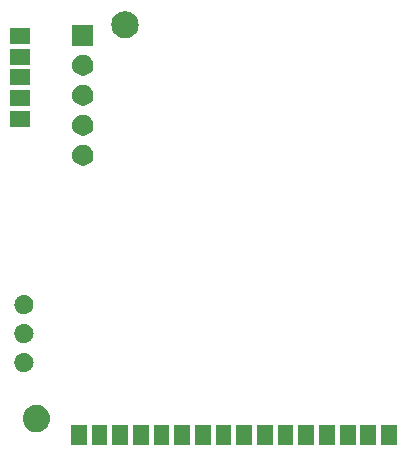
<source format=gbr>
%TF.GenerationSoftware,KiCad,Pcbnew,8.0.0*%
%TF.CreationDate,2024-03-23T09:44:43-04:00*%
%TF.ProjectId,N64SP PCB,4e363453-5020-4504-9342-2e6b69636164,rev?*%
%TF.SameCoordinates,Original*%
%TF.FileFunction,Soldermask,Bot*%
%TF.FilePolarity,Negative*%
%FSLAX46Y46*%
G04 Gerber Fmt 4.6, Leading zero omitted, Abs format (unit mm)*
G04 Created by KiCad (PCBNEW 8.0.0) date 2024-03-23 09:44:43*
%MOMM*%
%LPD*%
G01*
G04 APERTURE LIST*
G04 APERTURE END LIST*
G36*
X116594517Y-69677882D02*
G01*
X116611062Y-69688938D01*
X116622118Y-69705483D01*
X116626000Y-69725000D01*
X116626000Y-70727500D01*
X116626000Y-71352500D01*
X116622118Y-71372017D01*
X116611062Y-71388562D01*
X116594517Y-71399618D01*
X116575000Y-71403500D01*
X115325000Y-71403500D01*
X115305483Y-71399618D01*
X115288938Y-71388562D01*
X115277882Y-71372017D01*
X115274000Y-71352500D01*
X115274000Y-70727500D01*
X115274000Y-69728449D01*
X115274000Y-69728448D01*
X115274000Y-69725000D01*
X115277882Y-69705483D01*
X115288938Y-69688938D01*
X115305483Y-69677882D01*
X115325000Y-69674000D01*
X116575000Y-69674000D01*
X116594517Y-69677882D01*
G37*
G36*
X118344517Y-69677882D02*
G01*
X118361062Y-69688938D01*
X118372118Y-69705483D01*
X118376000Y-69725000D01*
X118376000Y-70727500D01*
X118376000Y-71352500D01*
X118372118Y-71372017D01*
X118361062Y-71388562D01*
X118344517Y-71399618D01*
X118325000Y-71403500D01*
X117075000Y-71403500D01*
X117055483Y-71399618D01*
X117038938Y-71388562D01*
X117027882Y-71372017D01*
X117024000Y-71352500D01*
X117024000Y-70727500D01*
X117024000Y-69728449D01*
X117024000Y-69728448D01*
X117024000Y-69725000D01*
X117027882Y-69705483D01*
X117038938Y-69688938D01*
X117055483Y-69677882D01*
X117075000Y-69674000D01*
X118325000Y-69674000D01*
X118344517Y-69677882D01*
G37*
G36*
X120094517Y-69677882D02*
G01*
X120111062Y-69688938D01*
X120122118Y-69705483D01*
X120126000Y-69725000D01*
X120126000Y-70727500D01*
X120126000Y-71352500D01*
X120122118Y-71372017D01*
X120111062Y-71388562D01*
X120094517Y-71399618D01*
X120075000Y-71403500D01*
X118825000Y-71403500D01*
X118805483Y-71399618D01*
X118788938Y-71388562D01*
X118777882Y-71372017D01*
X118774000Y-71352500D01*
X118774000Y-70727500D01*
X118774000Y-69728449D01*
X118774000Y-69728448D01*
X118774000Y-69725000D01*
X118777882Y-69705483D01*
X118788938Y-69688938D01*
X118805483Y-69677882D01*
X118825000Y-69674000D01*
X120075000Y-69674000D01*
X120094517Y-69677882D01*
G37*
G36*
X121844517Y-69677882D02*
G01*
X121861062Y-69688938D01*
X121872118Y-69705483D01*
X121876000Y-69725000D01*
X121876000Y-70727500D01*
X121876000Y-71352500D01*
X121872118Y-71372017D01*
X121861062Y-71388562D01*
X121844517Y-71399618D01*
X121825000Y-71403500D01*
X120575000Y-71403500D01*
X120555483Y-71399618D01*
X120538938Y-71388562D01*
X120527882Y-71372017D01*
X120524000Y-71352500D01*
X120524000Y-70727500D01*
X120524000Y-69728449D01*
X120524000Y-69728448D01*
X120524000Y-69725000D01*
X120527882Y-69705483D01*
X120538938Y-69688938D01*
X120555483Y-69677882D01*
X120575000Y-69674000D01*
X121825000Y-69674000D01*
X121844517Y-69677882D01*
G37*
G36*
X123594517Y-69677882D02*
G01*
X123611062Y-69688938D01*
X123622118Y-69705483D01*
X123626000Y-69725000D01*
X123626000Y-70727500D01*
X123626000Y-71352500D01*
X123622118Y-71372017D01*
X123611062Y-71388562D01*
X123594517Y-71399618D01*
X123575000Y-71403500D01*
X122325000Y-71403500D01*
X122305483Y-71399618D01*
X122288938Y-71388562D01*
X122277882Y-71372017D01*
X122274000Y-71352500D01*
X122274000Y-70727500D01*
X122274000Y-69728449D01*
X122274000Y-69728448D01*
X122274000Y-69725000D01*
X122277882Y-69705483D01*
X122288938Y-69688938D01*
X122305483Y-69677882D01*
X122325000Y-69674000D01*
X123575000Y-69674000D01*
X123594517Y-69677882D01*
G37*
G36*
X125344517Y-69677882D02*
G01*
X125361062Y-69688938D01*
X125372118Y-69705483D01*
X125376000Y-69725000D01*
X125376000Y-70727500D01*
X125376000Y-71352500D01*
X125372118Y-71372017D01*
X125361062Y-71388562D01*
X125344517Y-71399618D01*
X125325000Y-71403500D01*
X124075000Y-71403500D01*
X124055483Y-71399618D01*
X124038938Y-71388562D01*
X124027882Y-71372017D01*
X124024000Y-71352500D01*
X124024000Y-70727500D01*
X124024000Y-69728449D01*
X124024000Y-69728448D01*
X124024000Y-69725000D01*
X124027882Y-69705483D01*
X124038938Y-69688938D01*
X124055483Y-69677882D01*
X124075000Y-69674000D01*
X125325000Y-69674000D01*
X125344517Y-69677882D01*
G37*
G36*
X127094517Y-69677882D02*
G01*
X127111062Y-69688938D01*
X127122118Y-69705483D01*
X127126000Y-69725000D01*
X127126000Y-70727500D01*
X127126000Y-71352500D01*
X127122118Y-71372017D01*
X127111062Y-71388562D01*
X127094517Y-71399618D01*
X127075000Y-71403500D01*
X125825000Y-71403500D01*
X125805483Y-71399618D01*
X125788938Y-71388562D01*
X125777882Y-71372017D01*
X125774000Y-71352500D01*
X125774000Y-70727500D01*
X125774000Y-69728449D01*
X125774000Y-69728448D01*
X125774000Y-69725000D01*
X125777882Y-69705483D01*
X125788938Y-69688938D01*
X125805483Y-69677882D01*
X125825000Y-69674000D01*
X127075000Y-69674000D01*
X127094517Y-69677882D01*
G37*
G36*
X128844517Y-69677882D02*
G01*
X128861062Y-69688938D01*
X128872118Y-69705483D01*
X128876000Y-69725000D01*
X128876000Y-70727500D01*
X128876000Y-71352500D01*
X128872118Y-71372017D01*
X128861062Y-71388562D01*
X128844517Y-71399618D01*
X128825000Y-71403500D01*
X127575000Y-71403500D01*
X127555483Y-71399618D01*
X127538938Y-71388562D01*
X127527882Y-71372017D01*
X127524000Y-71352500D01*
X127524000Y-70727500D01*
X127524000Y-69728449D01*
X127524000Y-69728448D01*
X127524000Y-69725000D01*
X127527882Y-69705483D01*
X127538938Y-69688938D01*
X127555483Y-69677882D01*
X127575000Y-69674000D01*
X128825000Y-69674000D01*
X128844517Y-69677882D01*
G37*
G36*
X130594517Y-69677882D02*
G01*
X130611062Y-69688938D01*
X130622118Y-69705483D01*
X130626000Y-69725000D01*
X130626000Y-70727500D01*
X130626000Y-71352500D01*
X130622118Y-71372017D01*
X130611062Y-71388562D01*
X130594517Y-71399618D01*
X130575000Y-71403500D01*
X129325000Y-71403500D01*
X129305483Y-71399618D01*
X129288938Y-71388562D01*
X129277882Y-71372017D01*
X129274000Y-71352500D01*
X129274000Y-70727500D01*
X129274000Y-69728449D01*
X129274000Y-69728448D01*
X129274000Y-69725000D01*
X129277882Y-69705483D01*
X129288938Y-69688938D01*
X129305483Y-69677882D01*
X129325000Y-69674000D01*
X130575000Y-69674000D01*
X130594517Y-69677882D01*
G37*
G36*
X132344517Y-69677882D02*
G01*
X132361062Y-69688938D01*
X132372118Y-69705483D01*
X132376000Y-69725000D01*
X132376000Y-70727500D01*
X132376000Y-71352500D01*
X132372118Y-71372017D01*
X132361062Y-71388562D01*
X132344517Y-71399618D01*
X132325000Y-71403500D01*
X131075000Y-71403500D01*
X131055483Y-71399618D01*
X131038938Y-71388562D01*
X131027882Y-71372017D01*
X131024000Y-71352500D01*
X131024000Y-70727500D01*
X131024000Y-69728449D01*
X131024000Y-69728448D01*
X131024000Y-69725000D01*
X131027882Y-69705483D01*
X131038938Y-69688938D01*
X131055483Y-69677882D01*
X131075000Y-69674000D01*
X132325000Y-69674000D01*
X132344517Y-69677882D01*
G37*
G36*
X134094517Y-69677882D02*
G01*
X134111062Y-69688938D01*
X134122118Y-69705483D01*
X134126000Y-69725000D01*
X134126000Y-70727500D01*
X134126000Y-71352500D01*
X134122118Y-71372017D01*
X134111062Y-71388562D01*
X134094517Y-71399618D01*
X134075000Y-71403500D01*
X132825000Y-71403500D01*
X132805483Y-71399618D01*
X132788938Y-71388562D01*
X132777882Y-71372017D01*
X132774000Y-71352500D01*
X132774000Y-70727500D01*
X132774000Y-69728449D01*
X132774000Y-69728448D01*
X132774000Y-69725000D01*
X132777882Y-69705483D01*
X132788938Y-69688938D01*
X132805483Y-69677882D01*
X132825000Y-69674000D01*
X134075000Y-69674000D01*
X134094517Y-69677882D01*
G37*
G36*
X135844517Y-69677882D02*
G01*
X135861062Y-69688938D01*
X135872118Y-69705483D01*
X135876000Y-69725000D01*
X135876000Y-70727500D01*
X135876000Y-71352500D01*
X135872118Y-71372017D01*
X135861062Y-71388562D01*
X135844517Y-71399618D01*
X135825000Y-71403500D01*
X134575000Y-71403500D01*
X134555483Y-71399618D01*
X134538938Y-71388562D01*
X134527882Y-71372017D01*
X134524000Y-71352500D01*
X134524000Y-70727500D01*
X134524000Y-69728449D01*
X134524000Y-69728448D01*
X134524000Y-69725000D01*
X134527882Y-69705483D01*
X134538938Y-69688938D01*
X134555483Y-69677882D01*
X134575000Y-69674000D01*
X135825000Y-69674000D01*
X135844517Y-69677882D01*
G37*
G36*
X137594517Y-69677882D02*
G01*
X137611062Y-69688938D01*
X137622118Y-69705483D01*
X137626000Y-69725000D01*
X137626000Y-70727500D01*
X137626000Y-71352500D01*
X137622118Y-71372017D01*
X137611062Y-71388562D01*
X137594517Y-71399618D01*
X137575000Y-71403500D01*
X136325000Y-71403500D01*
X136305483Y-71399618D01*
X136288938Y-71388562D01*
X136277882Y-71372017D01*
X136274000Y-71352500D01*
X136274000Y-70727500D01*
X136274000Y-69728449D01*
X136274000Y-69728448D01*
X136274000Y-69725000D01*
X136277882Y-69705483D01*
X136288938Y-69688938D01*
X136305483Y-69677882D01*
X136325000Y-69674000D01*
X137575000Y-69674000D01*
X137594517Y-69677882D01*
G37*
G36*
X139344517Y-69677882D02*
G01*
X139361062Y-69688938D01*
X139372118Y-69705483D01*
X139376000Y-69725000D01*
X139376000Y-70727500D01*
X139376000Y-71352500D01*
X139372118Y-71372017D01*
X139361062Y-71388562D01*
X139344517Y-71399618D01*
X139325000Y-71403500D01*
X138075000Y-71403500D01*
X138055483Y-71399618D01*
X138038938Y-71388562D01*
X138027882Y-71372017D01*
X138024000Y-71352500D01*
X138024000Y-70727500D01*
X138024000Y-69728449D01*
X138024000Y-69728448D01*
X138024000Y-69725000D01*
X138027882Y-69705483D01*
X138038938Y-69688938D01*
X138055483Y-69677882D01*
X138075000Y-69674000D01*
X139325000Y-69674000D01*
X139344517Y-69677882D01*
G37*
G36*
X141094517Y-69677882D02*
G01*
X141111062Y-69688938D01*
X141122118Y-69705483D01*
X141126000Y-69725000D01*
X141126000Y-70727500D01*
X141126000Y-71352500D01*
X141122118Y-71372017D01*
X141111062Y-71388562D01*
X141094517Y-71399618D01*
X141075000Y-71403500D01*
X139825000Y-71403500D01*
X139805483Y-71399618D01*
X139788938Y-71388562D01*
X139777882Y-71372017D01*
X139774000Y-71352500D01*
X139774000Y-70727500D01*
X139774000Y-69728449D01*
X139774000Y-69728448D01*
X139774000Y-69725000D01*
X139777882Y-69705483D01*
X139788938Y-69688938D01*
X139805483Y-69677882D01*
X139825000Y-69674000D01*
X141075000Y-69674000D01*
X141094517Y-69677882D01*
G37*
G36*
X142844517Y-69677882D02*
G01*
X142861062Y-69688938D01*
X142872118Y-69705483D01*
X142876000Y-69725000D01*
X142876000Y-70727500D01*
X142876000Y-71352500D01*
X142872118Y-71372017D01*
X142861062Y-71388562D01*
X142844517Y-71399618D01*
X142825000Y-71403500D01*
X141575000Y-71403500D01*
X141555483Y-71399618D01*
X141538938Y-71388562D01*
X141527882Y-71372017D01*
X141524000Y-71352500D01*
X141524000Y-70727500D01*
X141524000Y-69728449D01*
X141524000Y-69728448D01*
X141524000Y-69725000D01*
X141527882Y-69705483D01*
X141538938Y-69688938D01*
X141555483Y-69677882D01*
X141575000Y-69674000D01*
X142825000Y-69674000D01*
X142844517Y-69677882D01*
G37*
G36*
X112674986Y-68042939D02*
G01*
X112873045Y-68119667D01*
X113053632Y-68231482D01*
X113210599Y-68374576D01*
X113338600Y-68544077D01*
X113433276Y-68734211D01*
X113491402Y-68938504D01*
X113511000Y-69150000D01*
X113491402Y-69361496D01*
X113433276Y-69565789D01*
X113338600Y-69755923D01*
X113210599Y-69925424D01*
X113053632Y-70068518D01*
X112873045Y-70180333D01*
X112674986Y-70257061D01*
X112466201Y-70296090D01*
X112253799Y-70296090D01*
X112045014Y-70257061D01*
X111846955Y-70180333D01*
X111666368Y-70068518D01*
X111509401Y-69925424D01*
X111381400Y-69755923D01*
X111286724Y-69565789D01*
X111228598Y-69361496D01*
X111209000Y-69150000D01*
X111228598Y-68938504D01*
X111286724Y-68734211D01*
X111381400Y-68544077D01*
X111509401Y-68374576D01*
X111666368Y-68231482D01*
X111846955Y-68119667D01*
X112045014Y-68042939D01*
X112253799Y-68003910D01*
X112466201Y-68003910D01*
X112674986Y-68042939D01*
G37*
G36*
X111341225Y-63591645D02*
G01*
X111384962Y-63591645D01*
X111434301Y-63602132D01*
X111480910Y-63607384D01*
X111514802Y-63619243D01*
X111551172Y-63626974D01*
X111603584Y-63650309D01*
X111652747Y-63667512D01*
X111678336Y-63683590D01*
X111706401Y-63696086D01*
X111758732Y-63734107D01*
X111806897Y-63764371D01*
X111824193Y-63781667D01*
X111843875Y-63795967D01*
X111892529Y-63850003D01*
X111935629Y-63893103D01*
X111945543Y-63908881D01*
X111957575Y-63922244D01*
X111998739Y-63993542D01*
X112032488Y-64047253D01*
X112036701Y-64059294D01*
X112042536Y-64069400D01*
X112072411Y-64161349D01*
X112092616Y-64219090D01*
X112093382Y-64225890D01*
X112095045Y-64231008D01*
X112110127Y-64374502D01*
X112113000Y-64400000D01*
X112110126Y-64425500D01*
X112095045Y-64568991D01*
X112093382Y-64574107D01*
X112092616Y-64580910D01*
X112072407Y-64638663D01*
X112042536Y-64730599D01*
X112036702Y-64740703D01*
X112032488Y-64752747D01*
X111998732Y-64806468D01*
X111957575Y-64877755D01*
X111945545Y-64891115D01*
X111935629Y-64906897D01*
X111892520Y-64950005D01*
X111843875Y-65004032D01*
X111824197Y-65018328D01*
X111806897Y-65035629D01*
X111758722Y-65065899D01*
X111706401Y-65103913D01*
X111678341Y-65116405D01*
X111652747Y-65132488D01*
X111603573Y-65149694D01*
X111551172Y-65173025D01*
X111514808Y-65180754D01*
X111480910Y-65192616D01*
X111434298Y-65197867D01*
X111384962Y-65208355D01*
X111341225Y-65208355D01*
X111300000Y-65213000D01*
X111258775Y-65208355D01*
X111215038Y-65208355D01*
X111165701Y-65197867D01*
X111119090Y-65192616D01*
X111085192Y-65180754D01*
X111048827Y-65173025D01*
X110996421Y-65149692D01*
X110947253Y-65132488D01*
X110921660Y-65116407D01*
X110893598Y-65103913D01*
X110841270Y-65065894D01*
X110793103Y-65035629D01*
X110775805Y-65018331D01*
X110756124Y-65004032D01*
X110707469Y-64949995D01*
X110664371Y-64906897D01*
X110654457Y-64891119D01*
X110642424Y-64877755D01*
X110601255Y-64806448D01*
X110567512Y-64752747D01*
X110563299Y-64740707D01*
X110557463Y-64730599D01*
X110527578Y-64638623D01*
X110507384Y-64580910D01*
X110506618Y-64574112D01*
X110504954Y-64568991D01*
X110489858Y-64425367D01*
X110487000Y-64400000D01*
X110489858Y-64374634D01*
X110504954Y-64231008D01*
X110506618Y-64225885D01*
X110507384Y-64219090D01*
X110527574Y-64161389D01*
X110557463Y-64069400D01*
X110563300Y-64059289D01*
X110567512Y-64047253D01*
X110601248Y-63993562D01*
X110642424Y-63922244D01*
X110654459Y-63908877D01*
X110664371Y-63893103D01*
X110707460Y-63850013D01*
X110756124Y-63795967D01*
X110775808Y-63781665D01*
X110793103Y-63764371D01*
X110841264Y-63734109D01*
X110893599Y-63696086D01*
X110921664Y-63683590D01*
X110947253Y-63667512D01*
X110996412Y-63650310D01*
X111048827Y-63626974D01*
X111085198Y-63619243D01*
X111119090Y-63607384D01*
X111165698Y-63602132D01*
X111215038Y-63591645D01*
X111258775Y-63591645D01*
X111300000Y-63587000D01*
X111341225Y-63591645D01*
G37*
G36*
X111341225Y-61141645D02*
G01*
X111384962Y-61141645D01*
X111434301Y-61152132D01*
X111480910Y-61157384D01*
X111514802Y-61169243D01*
X111551172Y-61176974D01*
X111603584Y-61200309D01*
X111652747Y-61217512D01*
X111678336Y-61233590D01*
X111706401Y-61246086D01*
X111758732Y-61284107D01*
X111806897Y-61314371D01*
X111824193Y-61331667D01*
X111843875Y-61345967D01*
X111892529Y-61400003D01*
X111935629Y-61443103D01*
X111945543Y-61458881D01*
X111957575Y-61472244D01*
X111998739Y-61543542D01*
X112032488Y-61597253D01*
X112036701Y-61609294D01*
X112042536Y-61619400D01*
X112072411Y-61711349D01*
X112092616Y-61769090D01*
X112093382Y-61775890D01*
X112095045Y-61781008D01*
X112110127Y-61924502D01*
X112113000Y-61950000D01*
X112110126Y-61975500D01*
X112095045Y-62118991D01*
X112093382Y-62124107D01*
X112092616Y-62130910D01*
X112072407Y-62188663D01*
X112042536Y-62280599D01*
X112036702Y-62290703D01*
X112032488Y-62302747D01*
X111998732Y-62356468D01*
X111957575Y-62427755D01*
X111945545Y-62441115D01*
X111935629Y-62456897D01*
X111892520Y-62500005D01*
X111843875Y-62554032D01*
X111824197Y-62568328D01*
X111806897Y-62585629D01*
X111758722Y-62615899D01*
X111706401Y-62653913D01*
X111678341Y-62666405D01*
X111652747Y-62682488D01*
X111603573Y-62699694D01*
X111551172Y-62723025D01*
X111514808Y-62730754D01*
X111480910Y-62742616D01*
X111434298Y-62747867D01*
X111384962Y-62758355D01*
X111341225Y-62758355D01*
X111300000Y-62763000D01*
X111258775Y-62758355D01*
X111215038Y-62758355D01*
X111165701Y-62747867D01*
X111119090Y-62742616D01*
X111085192Y-62730754D01*
X111048827Y-62723025D01*
X110996421Y-62699692D01*
X110947253Y-62682488D01*
X110921660Y-62666407D01*
X110893598Y-62653913D01*
X110841270Y-62615894D01*
X110793103Y-62585629D01*
X110775805Y-62568331D01*
X110756124Y-62554032D01*
X110707469Y-62499995D01*
X110664371Y-62456897D01*
X110654457Y-62441119D01*
X110642424Y-62427755D01*
X110601255Y-62356448D01*
X110567512Y-62302747D01*
X110563299Y-62290707D01*
X110557463Y-62280599D01*
X110527578Y-62188623D01*
X110507384Y-62130910D01*
X110506618Y-62124112D01*
X110504954Y-62118991D01*
X110489858Y-61975367D01*
X110487000Y-61950000D01*
X110489858Y-61924634D01*
X110504954Y-61781008D01*
X110506618Y-61775885D01*
X110507384Y-61769090D01*
X110527574Y-61711389D01*
X110557463Y-61619400D01*
X110563300Y-61609289D01*
X110567512Y-61597253D01*
X110601248Y-61543562D01*
X110642424Y-61472244D01*
X110654459Y-61458877D01*
X110664371Y-61443103D01*
X110707460Y-61400013D01*
X110756124Y-61345967D01*
X110775808Y-61331665D01*
X110793103Y-61314371D01*
X110841264Y-61284109D01*
X110893599Y-61246086D01*
X110921664Y-61233590D01*
X110947253Y-61217512D01*
X110996412Y-61200310D01*
X111048827Y-61176974D01*
X111085198Y-61169243D01*
X111119090Y-61157384D01*
X111165698Y-61152132D01*
X111215038Y-61141645D01*
X111258775Y-61141645D01*
X111300000Y-61137000D01*
X111341225Y-61141645D01*
G37*
G36*
X111341225Y-58691645D02*
G01*
X111384962Y-58691645D01*
X111434301Y-58702132D01*
X111480910Y-58707384D01*
X111514802Y-58719243D01*
X111551172Y-58726974D01*
X111603584Y-58750309D01*
X111652747Y-58767512D01*
X111678336Y-58783590D01*
X111706401Y-58796086D01*
X111758732Y-58834107D01*
X111806897Y-58864371D01*
X111824193Y-58881667D01*
X111843875Y-58895967D01*
X111892529Y-58950003D01*
X111935629Y-58993103D01*
X111945543Y-59008881D01*
X111957575Y-59022244D01*
X111998739Y-59093542D01*
X112032488Y-59147253D01*
X112036701Y-59159294D01*
X112042536Y-59169400D01*
X112072411Y-59261349D01*
X112092616Y-59319090D01*
X112093382Y-59325890D01*
X112095045Y-59331008D01*
X112110127Y-59474502D01*
X112113000Y-59500000D01*
X112110126Y-59525500D01*
X112095045Y-59668991D01*
X112093382Y-59674107D01*
X112092616Y-59680910D01*
X112072407Y-59738663D01*
X112042536Y-59830599D01*
X112036702Y-59840703D01*
X112032488Y-59852747D01*
X111998732Y-59906468D01*
X111957575Y-59977755D01*
X111945545Y-59991115D01*
X111935629Y-60006897D01*
X111892520Y-60050005D01*
X111843875Y-60104032D01*
X111824197Y-60118328D01*
X111806897Y-60135629D01*
X111758722Y-60165899D01*
X111706401Y-60203913D01*
X111678341Y-60216405D01*
X111652747Y-60232488D01*
X111603573Y-60249694D01*
X111551172Y-60273025D01*
X111514808Y-60280754D01*
X111480910Y-60292616D01*
X111434298Y-60297867D01*
X111384962Y-60308355D01*
X111341225Y-60308355D01*
X111300000Y-60313000D01*
X111258775Y-60308355D01*
X111215038Y-60308355D01*
X111165701Y-60297867D01*
X111119090Y-60292616D01*
X111085192Y-60280754D01*
X111048827Y-60273025D01*
X110996421Y-60249692D01*
X110947253Y-60232488D01*
X110921660Y-60216407D01*
X110893598Y-60203913D01*
X110841270Y-60165894D01*
X110793103Y-60135629D01*
X110775805Y-60118331D01*
X110756124Y-60104032D01*
X110707469Y-60049995D01*
X110664371Y-60006897D01*
X110654457Y-59991119D01*
X110642424Y-59977755D01*
X110601255Y-59906448D01*
X110567512Y-59852747D01*
X110563299Y-59840707D01*
X110557463Y-59830599D01*
X110527578Y-59738623D01*
X110507384Y-59680910D01*
X110506618Y-59674112D01*
X110504954Y-59668991D01*
X110489858Y-59525367D01*
X110487000Y-59500000D01*
X110489858Y-59474634D01*
X110504954Y-59331008D01*
X110506618Y-59325885D01*
X110507384Y-59319090D01*
X110527574Y-59261389D01*
X110557463Y-59169400D01*
X110563300Y-59159289D01*
X110567512Y-59147253D01*
X110601248Y-59093562D01*
X110642424Y-59022244D01*
X110654459Y-59008877D01*
X110664371Y-58993103D01*
X110707460Y-58950013D01*
X110756124Y-58895967D01*
X110775808Y-58881665D01*
X110793103Y-58864371D01*
X110841264Y-58834109D01*
X110893599Y-58796086D01*
X110921664Y-58783590D01*
X110947253Y-58767512D01*
X110996412Y-58750310D01*
X111048827Y-58726974D01*
X111085198Y-58719243D01*
X111119090Y-58707384D01*
X111165698Y-58702132D01*
X111215038Y-58691645D01*
X111258775Y-58691645D01*
X111300000Y-58687000D01*
X111341225Y-58691645D01*
G37*
G36*
X116568424Y-46003098D02*
G01*
X116740500Y-46079711D01*
X116892887Y-46190427D01*
X117018924Y-46330405D01*
X117113104Y-46493530D01*
X117171311Y-46672672D01*
X117191000Y-46860000D01*
X117171311Y-47047328D01*
X117113104Y-47226470D01*
X117018924Y-47389595D01*
X116892887Y-47529573D01*
X116740500Y-47640289D01*
X116568424Y-47716902D01*
X116384180Y-47756064D01*
X116195820Y-47756064D01*
X116011576Y-47716902D01*
X115839500Y-47640289D01*
X115687113Y-47529573D01*
X115561076Y-47389595D01*
X115466896Y-47226470D01*
X115408689Y-47047328D01*
X115389000Y-46860000D01*
X115408689Y-46672672D01*
X115466896Y-46493530D01*
X115561076Y-46330405D01*
X115687113Y-46190427D01*
X115839500Y-46079711D01*
X116011576Y-46003098D01*
X116195820Y-45963936D01*
X116384180Y-45963936D01*
X116568424Y-46003098D01*
G37*
G36*
X116568424Y-43463098D02*
G01*
X116740500Y-43539711D01*
X116892887Y-43650427D01*
X117018924Y-43790405D01*
X117113104Y-43953530D01*
X117171311Y-44132672D01*
X117191000Y-44320000D01*
X117171311Y-44507328D01*
X117113104Y-44686470D01*
X117018924Y-44849595D01*
X116892887Y-44989573D01*
X116740500Y-45100289D01*
X116568424Y-45176902D01*
X116384180Y-45216064D01*
X116195820Y-45216064D01*
X116011576Y-45176902D01*
X115839500Y-45100289D01*
X115687113Y-44989573D01*
X115561076Y-44849595D01*
X115466896Y-44686470D01*
X115408689Y-44507328D01*
X115389000Y-44320000D01*
X115408689Y-44132672D01*
X115466896Y-43953530D01*
X115561076Y-43790405D01*
X115687113Y-43650427D01*
X115839500Y-43539711D01*
X116011576Y-43463098D01*
X116195820Y-43423936D01*
X116384180Y-43423936D01*
X116568424Y-43463098D01*
G37*
G36*
X111794517Y-43077882D02*
G01*
X111811062Y-43088938D01*
X111822118Y-43105483D01*
X111826000Y-43125000D01*
X111826000Y-44375000D01*
X111822118Y-44394517D01*
X111811062Y-44411062D01*
X111794517Y-44422118D01*
X111775000Y-44426000D01*
X110525000Y-44426000D01*
X110147500Y-44426000D01*
X110127983Y-44422118D01*
X110111438Y-44411062D01*
X110100382Y-44394517D01*
X110096500Y-44375000D01*
X110096500Y-43125000D01*
X110100382Y-43105483D01*
X110111438Y-43088938D01*
X110127983Y-43077882D01*
X110147500Y-43074000D01*
X110772500Y-43074000D01*
X111771550Y-43074000D01*
X111775000Y-43074000D01*
X111794517Y-43077882D01*
G37*
G36*
X116568424Y-40923098D02*
G01*
X116740500Y-40999711D01*
X116892887Y-41110427D01*
X117018924Y-41250405D01*
X117113104Y-41413530D01*
X117171311Y-41592672D01*
X117191000Y-41780000D01*
X117171311Y-41967328D01*
X117113104Y-42146470D01*
X117018924Y-42309595D01*
X116892887Y-42449573D01*
X116740500Y-42560289D01*
X116568424Y-42636902D01*
X116384180Y-42676064D01*
X116195820Y-42676064D01*
X116011576Y-42636902D01*
X115839500Y-42560289D01*
X115687113Y-42449573D01*
X115561076Y-42309595D01*
X115466896Y-42146470D01*
X115408689Y-41967328D01*
X115389000Y-41780000D01*
X115408689Y-41592672D01*
X115466896Y-41413530D01*
X115561076Y-41250405D01*
X115687113Y-41110427D01*
X115839500Y-40999711D01*
X116011576Y-40923098D01*
X116195820Y-40883936D01*
X116384180Y-40883936D01*
X116568424Y-40923098D01*
G37*
G36*
X111794517Y-41327882D02*
G01*
X111811062Y-41338938D01*
X111822118Y-41355483D01*
X111826000Y-41375000D01*
X111826000Y-42625000D01*
X111822118Y-42644517D01*
X111811062Y-42661062D01*
X111794517Y-42672118D01*
X111775000Y-42676000D01*
X110525000Y-42676000D01*
X110147500Y-42676000D01*
X110127983Y-42672118D01*
X110111438Y-42661062D01*
X110100382Y-42644517D01*
X110096500Y-42625000D01*
X110096500Y-41375000D01*
X110100382Y-41355483D01*
X110111438Y-41338938D01*
X110127983Y-41327882D01*
X110147500Y-41324000D01*
X110772500Y-41324000D01*
X111771550Y-41324000D01*
X111775000Y-41324000D01*
X111794517Y-41327882D01*
G37*
G36*
X111794517Y-39577882D02*
G01*
X111811062Y-39588938D01*
X111822118Y-39605483D01*
X111826000Y-39625000D01*
X111826000Y-40875000D01*
X111822118Y-40894517D01*
X111811062Y-40911062D01*
X111794517Y-40922118D01*
X111775000Y-40926000D01*
X110525000Y-40926000D01*
X110147500Y-40926000D01*
X110127983Y-40922118D01*
X110111438Y-40911062D01*
X110100382Y-40894517D01*
X110096500Y-40875000D01*
X110096500Y-39625000D01*
X110100382Y-39605483D01*
X110111438Y-39588938D01*
X110127983Y-39577882D01*
X110147500Y-39574000D01*
X110772500Y-39574000D01*
X111771550Y-39574000D01*
X111775000Y-39574000D01*
X111794517Y-39577882D01*
G37*
G36*
X116568424Y-38383098D02*
G01*
X116740500Y-38459711D01*
X116892887Y-38570427D01*
X117018924Y-38710405D01*
X117113104Y-38873530D01*
X117171311Y-39052672D01*
X117191000Y-39240000D01*
X117171311Y-39427328D01*
X117113104Y-39606470D01*
X117018924Y-39769595D01*
X116892887Y-39909573D01*
X116740500Y-40020289D01*
X116568424Y-40096902D01*
X116384180Y-40136064D01*
X116195820Y-40136064D01*
X116011576Y-40096902D01*
X115839500Y-40020289D01*
X115687113Y-39909573D01*
X115561076Y-39769595D01*
X115466896Y-39606470D01*
X115408689Y-39427328D01*
X115389000Y-39240000D01*
X115408689Y-39052672D01*
X115466896Y-38873530D01*
X115561076Y-38710405D01*
X115687113Y-38570427D01*
X115839500Y-38459711D01*
X116011576Y-38383098D01*
X116195820Y-38343936D01*
X116384180Y-38343936D01*
X116568424Y-38383098D01*
G37*
G36*
X111794517Y-37827882D02*
G01*
X111811062Y-37838938D01*
X111822118Y-37855483D01*
X111826000Y-37875000D01*
X111826000Y-39125000D01*
X111822118Y-39144517D01*
X111811062Y-39161062D01*
X111794517Y-39172118D01*
X111775000Y-39176000D01*
X110525000Y-39176000D01*
X110147500Y-39176000D01*
X110127983Y-39172118D01*
X110111438Y-39161062D01*
X110100382Y-39144517D01*
X110096500Y-39125000D01*
X110096500Y-37875000D01*
X110100382Y-37855483D01*
X110111438Y-37838938D01*
X110127983Y-37827882D01*
X110147500Y-37824000D01*
X110772500Y-37824000D01*
X111771550Y-37824000D01*
X111775000Y-37824000D01*
X111794517Y-37827882D01*
G37*
G36*
X117159517Y-35802882D02*
G01*
X117176062Y-35813938D01*
X117187118Y-35830483D01*
X117191000Y-35850000D01*
X117191000Y-37550000D01*
X117187118Y-37569517D01*
X117176062Y-37586062D01*
X117159517Y-37597118D01*
X117140000Y-37601000D01*
X115440000Y-37601000D01*
X115420483Y-37597118D01*
X115403938Y-37586062D01*
X115392882Y-37569517D01*
X115389000Y-37550000D01*
X115389000Y-35850000D01*
X115392882Y-35830483D01*
X115403938Y-35813938D01*
X115420483Y-35802882D01*
X115440000Y-35799000D01*
X117140000Y-35799000D01*
X117159517Y-35802882D01*
G37*
G36*
X111794517Y-36077882D02*
G01*
X111811062Y-36088938D01*
X111822118Y-36105483D01*
X111826000Y-36125000D01*
X111826000Y-37375000D01*
X111822118Y-37394517D01*
X111811062Y-37411062D01*
X111794517Y-37422118D01*
X111775000Y-37426000D01*
X110525000Y-37426000D01*
X110147500Y-37426000D01*
X110127983Y-37422118D01*
X110111438Y-37411062D01*
X110100382Y-37394517D01*
X110096500Y-37375000D01*
X110096500Y-36125000D01*
X110100382Y-36105483D01*
X110111438Y-36088938D01*
X110127983Y-36077882D01*
X110147500Y-36074000D01*
X110772500Y-36074000D01*
X111771550Y-36074000D01*
X111775000Y-36074000D01*
X111794517Y-36077882D01*
G37*
G36*
X120174986Y-34692939D02*
G01*
X120373045Y-34769667D01*
X120553632Y-34881482D01*
X120710599Y-35024576D01*
X120838600Y-35194077D01*
X120933276Y-35384211D01*
X120991402Y-35588504D01*
X121011000Y-35800000D01*
X120991402Y-36011496D01*
X120933276Y-36215789D01*
X120838600Y-36405923D01*
X120710599Y-36575424D01*
X120553632Y-36718518D01*
X120373045Y-36830333D01*
X120174986Y-36907061D01*
X119966201Y-36946090D01*
X119753799Y-36946090D01*
X119545014Y-36907061D01*
X119346955Y-36830333D01*
X119166368Y-36718518D01*
X119009401Y-36575424D01*
X118881400Y-36405923D01*
X118786724Y-36215789D01*
X118728598Y-36011496D01*
X118709000Y-35800000D01*
X118728598Y-35588504D01*
X118786724Y-35384211D01*
X118881400Y-35194077D01*
X119009401Y-35024576D01*
X119166368Y-34881482D01*
X119346955Y-34769667D01*
X119545014Y-34692939D01*
X119753799Y-34653910D01*
X119966201Y-34653910D01*
X120174986Y-34692939D01*
G37*
M02*

</source>
